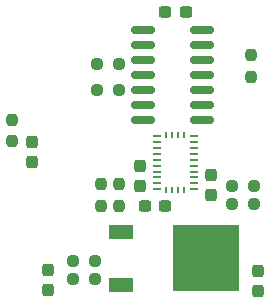
<source format=gtp>
G04 #@! TF.GenerationSoftware,KiCad,Pcbnew,7.0.8*
G04 #@! TF.CreationDate,2024-04-19T19:29:06-04:00*
G04 #@! TF.ProjectId,2 Axis Gimbal,32204178-6973-4204-9769-6d62616c2e6b,rev?*
G04 #@! TF.SameCoordinates,Original*
G04 #@! TF.FileFunction,Paste,Top*
G04 #@! TF.FilePolarity,Positive*
%FSLAX46Y46*%
G04 Gerber Fmt 4.6, Leading zero omitted, Abs format (unit mm)*
G04 Created by KiCad (PCBNEW 7.0.8) date 2024-04-19 19:29:06*
%MOMM*%
%LPD*%
G01*
G04 APERTURE LIST*
G04 Aperture macros list*
%AMRoundRect*
0 Rectangle with rounded corners*
0 $1 Rounding radius*
0 $2 $3 $4 $5 $6 $7 $8 $9 X,Y pos of 4 corners*
0 Add a 4 corners polygon primitive as box body*
4,1,4,$2,$3,$4,$5,$6,$7,$8,$9,$2,$3,0*
0 Add four circle primitives for the rounded corners*
1,1,$1+$1,$2,$3*
1,1,$1+$1,$4,$5*
1,1,$1+$1,$6,$7*
1,1,$1+$1,$8,$9*
0 Add four rect primitives between the rounded corners*
20,1,$1+$1,$2,$3,$4,$5,0*
20,1,$1+$1,$4,$5,$6,$7,0*
20,1,$1+$1,$6,$7,$8,$9,0*
20,1,$1+$1,$8,$9,$2,$3,0*%
G04 Aperture macros list end*
%ADD10RoundRect,0.237500X-0.237500X0.300000X-0.237500X-0.300000X0.237500X-0.300000X0.237500X0.300000X0*%
%ADD11RoundRect,0.237500X0.237500X-0.300000X0.237500X0.300000X-0.237500X0.300000X-0.237500X-0.300000X0*%
%ADD12RoundRect,0.237500X0.250000X0.237500X-0.250000X0.237500X-0.250000X-0.237500X0.250000X-0.237500X0*%
%ADD13RoundRect,0.237500X0.237500X-0.250000X0.237500X0.250000X-0.237500X0.250000X-0.237500X-0.250000X0*%
%ADD14RoundRect,0.237500X0.237500X-0.287500X0.237500X0.287500X-0.237500X0.287500X-0.237500X-0.287500X0*%
%ADD15RoundRect,0.237500X-0.237500X0.250000X-0.237500X-0.250000X0.237500X-0.250000X0.237500X0.250000X0*%
%ADD16RoundRect,0.237500X-0.250000X-0.237500X0.250000X-0.237500X0.250000X0.237500X-0.250000X0.237500X0*%
%ADD17R,2.000000X1.200000*%
%ADD18R,5.600000X5.600000*%
%ADD19RoundRect,0.237500X0.300000X0.237500X-0.300000X0.237500X-0.300000X-0.237500X0.300000X-0.237500X0*%
%ADD20R,0.675000X0.250000*%
%ADD21R,0.250000X0.575000*%
%ADD22RoundRect,0.150000X-0.825000X-0.150000X0.825000X-0.150000X0.825000X0.150000X-0.825000X0.150000X0*%
G04 APERTURE END LIST*
D10*
X96350000Y-91151500D03*
X96350000Y-92876500D03*
D11*
X110158000Y-84807000D03*
X110158000Y-83082000D03*
D12*
X100350000Y-90414000D03*
X98525000Y-90414000D03*
D13*
X102403377Y-85747637D03*
X102403377Y-83922637D03*
D10*
X114150000Y-91251500D03*
X114150000Y-92976500D03*
D14*
X94996000Y-82042000D03*
X94996000Y-80292000D03*
D15*
X100838000Y-83923500D03*
X100838000Y-85748500D03*
D16*
X111967000Y-84074000D03*
X113792000Y-84074000D03*
D17*
X102550000Y-87920000D03*
X102550000Y-92420000D03*
D18*
X109750000Y-90170000D03*
D19*
X108050500Y-69342000D03*
X106325500Y-69342000D03*
D16*
X98525000Y-91914000D03*
X100350000Y-91914000D03*
D15*
X113538000Y-73001500D03*
X113538000Y-74826500D03*
D16*
X111967000Y-85598000D03*
X113792000Y-85598000D03*
D19*
X106332929Y-85767775D03*
X104607929Y-85767775D03*
D12*
X102396068Y-73710475D03*
X100571068Y-73710475D03*
D11*
X104219598Y-84085987D03*
X104219598Y-82360987D03*
D20*
X105586000Y-84328000D03*
D21*
X106399000Y-84391000D03*
X106899000Y-84391000D03*
X107399000Y-84391000D03*
X107899000Y-84391000D03*
D20*
X108712000Y-84328000D03*
X108712000Y-83828000D03*
X108712000Y-83328000D03*
X108712000Y-82828000D03*
X108712000Y-82328000D03*
X108712000Y-81828000D03*
X108712000Y-81328000D03*
X108712000Y-80828000D03*
X108712000Y-80328000D03*
X108712000Y-79828000D03*
D21*
X107899000Y-79765000D03*
X107399000Y-79765000D03*
X106899000Y-79765000D03*
X106399000Y-79765000D03*
D20*
X105586000Y-79828000D03*
X105586000Y-80328000D03*
X105586000Y-80828000D03*
X105586000Y-81328000D03*
X105586000Y-81828000D03*
X105586000Y-82328000D03*
X105586000Y-82828000D03*
X105586000Y-83328000D03*
X105586000Y-83828000D03*
D22*
X104459000Y-70866000D03*
X104459000Y-72136000D03*
X104459000Y-73406000D03*
X104459000Y-74676000D03*
X104459000Y-75946000D03*
X104459000Y-77216000D03*
X104459000Y-78486000D03*
X109409000Y-78486000D03*
X109409000Y-77216000D03*
X109409000Y-75946000D03*
X109409000Y-74676000D03*
X109409000Y-73406000D03*
X109409000Y-72136000D03*
X109409000Y-70866000D03*
D16*
X100560675Y-75942075D03*
X102385675Y-75942075D03*
D15*
X93345000Y-78439000D03*
X93345000Y-80264000D03*
M02*

</source>
